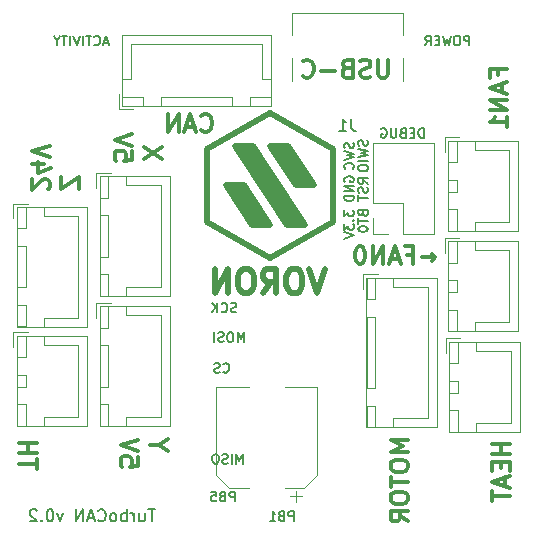
<source format=gbr>
%TF.GenerationSoftware,KiCad,Pcbnew,(5.1.9-0-10_14)*%
%TF.CreationDate,2021-06-30T10:16:08+02:00*%
%TF.ProjectId,turbocan,74757262-6f63-4616-9e2e-6b696361645f,rev?*%
%TF.SameCoordinates,Original*%
%TF.FileFunction,Legend,Bot*%
%TF.FilePolarity,Positive*%
%FSLAX46Y46*%
G04 Gerber Fmt 4.6, Leading zero omitted, Abs format (unit mm)*
G04 Created by KiCad (PCBNEW (5.1.9-0-10_14)) date 2021-06-30 10:16:08*
%MOMM*%
%LPD*%
G01*
G04 APERTURE LIST*
%ADD10C,0.300000*%
%ADD11C,0.150000*%
%ADD12C,0.500000*%
%ADD13C,0.120000*%
%ADD14C,0.100000*%
G04 APERTURE END LIST*
D10*
X24821428Y-50233571D02*
X24821428Y-50947857D01*
X24107142Y-51019285D01*
X24178571Y-50947857D01*
X24250000Y-50805000D01*
X24250000Y-50447857D01*
X24178571Y-50305000D01*
X24107142Y-50233571D01*
X23964285Y-50162142D01*
X23607142Y-50162142D01*
X23464285Y-50233571D01*
X23392857Y-50305000D01*
X23321428Y-50447857D01*
X23321428Y-50805000D01*
X23392857Y-50947857D01*
X23464285Y-51019285D01*
X24821428Y-49733571D02*
X23321428Y-49233571D01*
X24821428Y-48733571D01*
X24321428Y-24337857D02*
X24321428Y-25052142D01*
X23607142Y-25123571D01*
X23678571Y-25052142D01*
X23750000Y-24909285D01*
X23750000Y-24552142D01*
X23678571Y-24409285D01*
X23607142Y-24337857D01*
X23464285Y-24266428D01*
X23107142Y-24266428D01*
X22964285Y-24337857D01*
X22892857Y-24409285D01*
X22821428Y-24552142D01*
X22821428Y-24909285D01*
X22892857Y-25052142D01*
X22964285Y-25123571D01*
X24321428Y-23837857D02*
X22821428Y-23337857D01*
X24321428Y-22837857D01*
X17178571Y-27552142D02*
X17250000Y-27480714D01*
X17321428Y-27337857D01*
X17321428Y-26980714D01*
X17250000Y-26837857D01*
X17178571Y-26766428D01*
X17035714Y-26695000D01*
X16892857Y-26695000D01*
X16678571Y-26766428D01*
X15821428Y-27623571D01*
X15821428Y-26695000D01*
X16821428Y-25409285D02*
X15821428Y-25409285D01*
X17392857Y-25766428D02*
X16321428Y-26123571D01*
X16321428Y-25195000D01*
X17321428Y-24837857D02*
X15821428Y-24337857D01*
X17321428Y-23837857D01*
D11*
X37990476Y-55611904D02*
X37990476Y-54811904D01*
X37685714Y-54811904D01*
X37609523Y-54850000D01*
X37571428Y-54888095D01*
X37533333Y-54964285D01*
X37533333Y-55078571D01*
X37571428Y-55154761D01*
X37609523Y-55192857D01*
X37685714Y-55230952D01*
X37990476Y-55230952D01*
X36923809Y-55192857D02*
X36809523Y-55230952D01*
X36771428Y-55269047D01*
X36733333Y-55345238D01*
X36733333Y-55459523D01*
X36771428Y-55535714D01*
X36809523Y-55573809D01*
X36885714Y-55611904D01*
X37190476Y-55611904D01*
X37190476Y-54811904D01*
X36923809Y-54811904D01*
X36847619Y-54850000D01*
X36809523Y-54888095D01*
X36771428Y-54964285D01*
X36771428Y-55040476D01*
X36809523Y-55116666D01*
X36847619Y-55154761D01*
X36923809Y-55192857D01*
X37190476Y-55192857D01*
X35971428Y-55611904D02*
X36428571Y-55611904D01*
X36200000Y-55611904D02*
X36200000Y-54811904D01*
X36276190Y-54926190D01*
X36352380Y-55002380D01*
X36428571Y-55040476D01*
X32990476Y-53961904D02*
X32990476Y-53161904D01*
X32685714Y-53161904D01*
X32609523Y-53200000D01*
X32571428Y-53238095D01*
X32533333Y-53314285D01*
X32533333Y-53428571D01*
X32571428Y-53504761D01*
X32609523Y-53542857D01*
X32685714Y-53580952D01*
X32990476Y-53580952D01*
X31923809Y-53542857D02*
X31809523Y-53580952D01*
X31771428Y-53619047D01*
X31733333Y-53695238D01*
X31733333Y-53809523D01*
X31771428Y-53885714D01*
X31809523Y-53923809D01*
X31885714Y-53961904D01*
X32190476Y-53961904D01*
X32190476Y-53161904D01*
X31923809Y-53161904D01*
X31847619Y-53200000D01*
X31809523Y-53238095D01*
X31771428Y-53314285D01*
X31771428Y-53390476D01*
X31809523Y-53466666D01*
X31847619Y-53504761D01*
X31923809Y-53542857D01*
X32190476Y-53542857D01*
X31009523Y-53161904D02*
X31390476Y-53161904D01*
X31428571Y-53542857D01*
X31390476Y-53504761D01*
X31314285Y-53466666D01*
X31123809Y-53466666D01*
X31047619Y-53504761D01*
X31009523Y-53542857D01*
X30971428Y-53619047D01*
X30971428Y-53809523D01*
X31009523Y-53885714D01*
X31047619Y-53923809D01*
X31123809Y-53961904D01*
X31314285Y-53961904D01*
X31390476Y-53923809D01*
X31428571Y-53885714D01*
X33657142Y-50761904D02*
X33657142Y-49961904D01*
X33390476Y-50533333D01*
X33123809Y-49961904D01*
X33123809Y-50761904D01*
X32742857Y-50761904D02*
X32742857Y-49961904D01*
X32400000Y-50723809D02*
X32285714Y-50761904D01*
X32095238Y-50761904D01*
X32019047Y-50723809D01*
X31980952Y-50685714D01*
X31942857Y-50609523D01*
X31942857Y-50533333D01*
X31980952Y-50457142D01*
X32019047Y-50419047D01*
X32095238Y-50380952D01*
X32247619Y-50342857D01*
X32323809Y-50304761D01*
X32361904Y-50266666D01*
X32400000Y-50190476D01*
X32400000Y-50114285D01*
X32361904Y-50038095D01*
X32323809Y-50000000D01*
X32247619Y-49961904D01*
X32057142Y-49961904D01*
X31942857Y-50000000D01*
X31447619Y-49961904D02*
X31295238Y-49961904D01*
X31219047Y-50000000D01*
X31142857Y-50076190D01*
X31104761Y-50228571D01*
X31104761Y-50495238D01*
X31142857Y-50647619D01*
X31219047Y-50723809D01*
X31295238Y-50761904D01*
X31447619Y-50761904D01*
X31523809Y-50723809D01*
X31600000Y-50647619D01*
X31638095Y-50495238D01*
X31638095Y-50228571D01*
X31600000Y-50076190D01*
X31523809Y-50000000D01*
X31447619Y-49961904D01*
X32033333Y-42985714D02*
X32071428Y-43023809D01*
X32185714Y-43061904D01*
X32261904Y-43061904D01*
X32376190Y-43023809D01*
X32452380Y-42947619D01*
X32490476Y-42871428D01*
X32528571Y-42719047D01*
X32528571Y-42604761D01*
X32490476Y-42452380D01*
X32452380Y-42376190D01*
X32376190Y-42300000D01*
X32261904Y-42261904D01*
X32185714Y-42261904D01*
X32071428Y-42300000D01*
X32033333Y-42338095D01*
X31728571Y-43023809D02*
X31614285Y-43061904D01*
X31423809Y-43061904D01*
X31347619Y-43023809D01*
X31309523Y-42985714D01*
X31271428Y-42909523D01*
X31271428Y-42833333D01*
X31309523Y-42757142D01*
X31347619Y-42719047D01*
X31423809Y-42680952D01*
X31576190Y-42642857D01*
X31652380Y-42604761D01*
X31690476Y-42566666D01*
X31728571Y-42490476D01*
X31728571Y-42414285D01*
X31690476Y-42338095D01*
X31652380Y-42300000D01*
X31576190Y-42261904D01*
X31385714Y-42261904D01*
X31271428Y-42300000D01*
X33757142Y-40461904D02*
X33757142Y-39661904D01*
X33490476Y-40233333D01*
X33223809Y-39661904D01*
X33223809Y-40461904D01*
X32690476Y-39661904D02*
X32538095Y-39661904D01*
X32461904Y-39700000D01*
X32385714Y-39776190D01*
X32347619Y-39928571D01*
X32347619Y-40195238D01*
X32385714Y-40347619D01*
X32461904Y-40423809D01*
X32538095Y-40461904D01*
X32690476Y-40461904D01*
X32766666Y-40423809D01*
X32842857Y-40347619D01*
X32880952Y-40195238D01*
X32880952Y-39928571D01*
X32842857Y-39776190D01*
X32766666Y-39700000D01*
X32690476Y-39661904D01*
X32042857Y-40423809D02*
X31928571Y-40461904D01*
X31738095Y-40461904D01*
X31661904Y-40423809D01*
X31623809Y-40385714D01*
X31585714Y-40309523D01*
X31585714Y-40233333D01*
X31623809Y-40157142D01*
X31661904Y-40119047D01*
X31738095Y-40080952D01*
X31890476Y-40042857D01*
X31966666Y-40004761D01*
X32004761Y-39966666D01*
X32042857Y-39890476D01*
X32042857Y-39814285D01*
X32004761Y-39738095D01*
X31966666Y-39700000D01*
X31890476Y-39661904D01*
X31700000Y-39661904D01*
X31585714Y-39700000D01*
X31242857Y-40461904D02*
X31242857Y-39661904D01*
X33128571Y-37923809D02*
X33014285Y-37961904D01*
X32823809Y-37961904D01*
X32747619Y-37923809D01*
X32709523Y-37885714D01*
X32671428Y-37809523D01*
X32671428Y-37733333D01*
X32709523Y-37657142D01*
X32747619Y-37619047D01*
X32823809Y-37580952D01*
X32976190Y-37542857D01*
X33052380Y-37504761D01*
X33090476Y-37466666D01*
X33128571Y-37390476D01*
X33128571Y-37314285D01*
X33090476Y-37238095D01*
X33052380Y-37200000D01*
X32976190Y-37161904D01*
X32785714Y-37161904D01*
X32671428Y-37200000D01*
X31871428Y-37885714D02*
X31909523Y-37923809D01*
X32023809Y-37961904D01*
X32100000Y-37961904D01*
X32214285Y-37923809D01*
X32290476Y-37847619D01*
X32328571Y-37771428D01*
X32366666Y-37619047D01*
X32366666Y-37504761D01*
X32328571Y-37352380D01*
X32290476Y-37276190D01*
X32214285Y-37200000D01*
X32100000Y-37161904D01*
X32023809Y-37161904D01*
X31909523Y-37200000D01*
X31871428Y-37238095D01*
X31528571Y-37961904D02*
X31528571Y-37161904D01*
X31071428Y-37961904D02*
X31414285Y-37504761D01*
X31071428Y-37161904D02*
X31528571Y-37619047D01*
X48990476Y-23161904D02*
X48990476Y-22361904D01*
X48800000Y-22361904D01*
X48685714Y-22400000D01*
X48609523Y-22476190D01*
X48571428Y-22552380D01*
X48533333Y-22704761D01*
X48533333Y-22819047D01*
X48571428Y-22971428D01*
X48609523Y-23047619D01*
X48685714Y-23123809D01*
X48800000Y-23161904D01*
X48990476Y-23161904D01*
X48190476Y-22742857D02*
X47923809Y-22742857D01*
X47809523Y-23161904D02*
X48190476Y-23161904D01*
X48190476Y-22361904D01*
X47809523Y-22361904D01*
X47200000Y-22742857D02*
X47085714Y-22780952D01*
X47047619Y-22819047D01*
X47009523Y-22895238D01*
X47009523Y-23009523D01*
X47047619Y-23085714D01*
X47085714Y-23123809D01*
X47161904Y-23161904D01*
X47466666Y-23161904D01*
X47466666Y-22361904D01*
X47200000Y-22361904D01*
X47123809Y-22400000D01*
X47085714Y-22438095D01*
X47047619Y-22514285D01*
X47047619Y-22590476D01*
X47085714Y-22666666D01*
X47123809Y-22704761D01*
X47200000Y-22742857D01*
X47466666Y-22742857D01*
X46666666Y-22361904D02*
X46666666Y-23009523D01*
X46628571Y-23085714D01*
X46590476Y-23123809D01*
X46514285Y-23161904D01*
X46361904Y-23161904D01*
X46285714Y-23123809D01*
X46247619Y-23085714D01*
X46209523Y-23009523D01*
X46209523Y-22361904D01*
X45409523Y-22400000D02*
X45485714Y-22361904D01*
X45600000Y-22361904D01*
X45714285Y-22400000D01*
X45790476Y-22476190D01*
X45828571Y-22552380D01*
X45866666Y-22704761D01*
X45866666Y-22819047D01*
X45828571Y-22971428D01*
X45790476Y-23047619D01*
X45714285Y-23123809D01*
X45600000Y-23161904D01*
X45523809Y-23161904D01*
X45409523Y-23123809D01*
X45371428Y-23085714D01*
X45371428Y-22819047D01*
X45523809Y-22819047D01*
X42261904Y-29319047D02*
X42261904Y-29814285D01*
X42566666Y-29547619D01*
X42566666Y-29661904D01*
X42604761Y-29738095D01*
X42642857Y-29776190D01*
X42719047Y-29814285D01*
X42909523Y-29814285D01*
X42985714Y-29776190D01*
X43023809Y-29738095D01*
X43061904Y-29661904D01*
X43061904Y-29433333D01*
X43023809Y-29357142D01*
X42985714Y-29319047D01*
X42985714Y-30157142D02*
X43023809Y-30195238D01*
X43061904Y-30157142D01*
X43023809Y-30119047D01*
X42985714Y-30157142D01*
X43061904Y-30157142D01*
X42261904Y-30461904D02*
X42261904Y-30957142D01*
X42566666Y-30690476D01*
X42566666Y-30804761D01*
X42604761Y-30880952D01*
X42642857Y-30919047D01*
X42719047Y-30957142D01*
X42909523Y-30957142D01*
X42985714Y-30919047D01*
X43023809Y-30880952D01*
X43061904Y-30804761D01*
X43061904Y-30576190D01*
X43023809Y-30500000D01*
X42985714Y-30461904D01*
X42261904Y-31185714D02*
X43061904Y-31452380D01*
X42261904Y-31719047D01*
X43842857Y-29571428D02*
X43880952Y-29685714D01*
X43919047Y-29723809D01*
X43995238Y-29761904D01*
X44109523Y-29761904D01*
X44185714Y-29723809D01*
X44223809Y-29685714D01*
X44261904Y-29609523D01*
X44261904Y-29304761D01*
X43461904Y-29304761D01*
X43461904Y-29571428D01*
X43500000Y-29647619D01*
X43538095Y-29685714D01*
X43614285Y-29723809D01*
X43690476Y-29723809D01*
X43766666Y-29685714D01*
X43804761Y-29647619D01*
X43842857Y-29571428D01*
X43842857Y-29304761D01*
X43461904Y-29990476D02*
X43461904Y-30447619D01*
X44261904Y-30219047D02*
X43461904Y-30219047D01*
X43461904Y-30866666D02*
X43461904Y-30942857D01*
X43500000Y-31019047D01*
X43538095Y-31057142D01*
X43614285Y-31095238D01*
X43766666Y-31133333D01*
X43957142Y-31133333D01*
X44109523Y-31095238D01*
X44185714Y-31057142D01*
X44223809Y-31019047D01*
X44261904Y-30942857D01*
X44261904Y-30866666D01*
X44223809Y-30790476D01*
X44185714Y-30752380D01*
X44109523Y-30714285D01*
X43957142Y-30676190D01*
X43766666Y-30676190D01*
X43614285Y-30714285D01*
X43538095Y-30752380D01*
X43500000Y-30790476D01*
X43461904Y-30866666D01*
X42300000Y-26890476D02*
X42261904Y-26814285D01*
X42261904Y-26700000D01*
X42300000Y-26585714D01*
X42376190Y-26509523D01*
X42452380Y-26471428D01*
X42604761Y-26433333D01*
X42719047Y-26433333D01*
X42871428Y-26471428D01*
X42947619Y-26509523D01*
X43023809Y-26585714D01*
X43061904Y-26700000D01*
X43061904Y-26776190D01*
X43023809Y-26890476D01*
X42985714Y-26928571D01*
X42719047Y-26928571D01*
X42719047Y-26776190D01*
X43061904Y-27271428D02*
X42261904Y-27271428D01*
X43061904Y-27728571D01*
X42261904Y-27728571D01*
X43061904Y-28109523D02*
X42261904Y-28109523D01*
X42261904Y-28300000D01*
X42300000Y-28414285D01*
X42376190Y-28490476D01*
X42452380Y-28528571D01*
X42604761Y-28566666D01*
X42719047Y-28566666D01*
X42871428Y-28528571D01*
X42947619Y-28490476D01*
X43023809Y-28414285D01*
X43061904Y-28300000D01*
X43061904Y-28109523D01*
X44261904Y-27061904D02*
X43880952Y-26795238D01*
X44261904Y-26604761D02*
X43461904Y-26604761D01*
X43461904Y-26909523D01*
X43500000Y-26985714D01*
X43538095Y-27023809D01*
X43614285Y-27061904D01*
X43728571Y-27061904D01*
X43804761Y-27023809D01*
X43842857Y-26985714D01*
X43880952Y-26909523D01*
X43880952Y-26604761D01*
X44223809Y-27366666D02*
X44261904Y-27480952D01*
X44261904Y-27671428D01*
X44223809Y-27747619D01*
X44185714Y-27785714D01*
X44109523Y-27823809D01*
X44033333Y-27823809D01*
X43957142Y-27785714D01*
X43919047Y-27747619D01*
X43880952Y-27671428D01*
X43842857Y-27519047D01*
X43804761Y-27442857D01*
X43766666Y-27404761D01*
X43690476Y-27366666D01*
X43614285Y-27366666D01*
X43538095Y-27404761D01*
X43500000Y-27442857D01*
X43461904Y-27519047D01*
X43461904Y-27709523D01*
X43500000Y-27823809D01*
X43461904Y-28052380D02*
X43461904Y-28509523D01*
X44261904Y-28280952D02*
X43461904Y-28280952D01*
X43023809Y-23614285D02*
X43061904Y-23728571D01*
X43061904Y-23919047D01*
X43023809Y-23995238D01*
X42985714Y-24033333D01*
X42909523Y-24071428D01*
X42833333Y-24071428D01*
X42757142Y-24033333D01*
X42719047Y-23995238D01*
X42680952Y-23919047D01*
X42642857Y-23766666D01*
X42604761Y-23690476D01*
X42566666Y-23652380D01*
X42490476Y-23614285D01*
X42414285Y-23614285D01*
X42338095Y-23652380D01*
X42300000Y-23690476D01*
X42261904Y-23766666D01*
X42261904Y-23957142D01*
X42300000Y-24071428D01*
X42261904Y-24338095D02*
X43061904Y-24528571D01*
X42490476Y-24680952D01*
X43061904Y-24833333D01*
X42261904Y-25023809D01*
X42985714Y-25785714D02*
X43023809Y-25747619D01*
X43061904Y-25633333D01*
X43061904Y-25557142D01*
X43023809Y-25442857D01*
X42947619Y-25366666D01*
X42871428Y-25328571D01*
X42719047Y-25290476D01*
X42604761Y-25290476D01*
X42452380Y-25328571D01*
X42376190Y-25366666D01*
X42300000Y-25442857D01*
X42261904Y-25557142D01*
X42261904Y-25633333D01*
X42300000Y-25747619D01*
X42338095Y-25785714D01*
X26257142Y-54652380D02*
X25685714Y-54652380D01*
X25971428Y-55652380D02*
X25971428Y-54652380D01*
X24923809Y-54985714D02*
X24923809Y-55652380D01*
X25352380Y-54985714D02*
X25352380Y-55509523D01*
X25304761Y-55604761D01*
X25209523Y-55652380D01*
X25066666Y-55652380D01*
X24971428Y-55604761D01*
X24923809Y-55557142D01*
X24447619Y-55652380D02*
X24447619Y-54985714D01*
X24447619Y-55176190D02*
X24400000Y-55080952D01*
X24352380Y-55033333D01*
X24257142Y-54985714D01*
X24161904Y-54985714D01*
X23828571Y-55652380D02*
X23828571Y-54652380D01*
X23828571Y-55033333D02*
X23733333Y-54985714D01*
X23542857Y-54985714D01*
X23447619Y-55033333D01*
X23400000Y-55080952D01*
X23352380Y-55176190D01*
X23352380Y-55461904D01*
X23400000Y-55557142D01*
X23447619Y-55604761D01*
X23542857Y-55652380D01*
X23733333Y-55652380D01*
X23828571Y-55604761D01*
X22780952Y-55652380D02*
X22876190Y-55604761D01*
X22923809Y-55557142D01*
X22971428Y-55461904D01*
X22971428Y-55176190D01*
X22923809Y-55080952D01*
X22876190Y-55033333D01*
X22780952Y-54985714D01*
X22638095Y-54985714D01*
X22542857Y-55033333D01*
X22495238Y-55080952D01*
X22447619Y-55176190D01*
X22447619Y-55461904D01*
X22495238Y-55557142D01*
X22542857Y-55604761D01*
X22638095Y-55652380D01*
X22780952Y-55652380D01*
X21447619Y-55557142D02*
X21495238Y-55604761D01*
X21638095Y-55652380D01*
X21733333Y-55652380D01*
X21876190Y-55604761D01*
X21971428Y-55509523D01*
X22019047Y-55414285D01*
X22066666Y-55223809D01*
X22066666Y-55080952D01*
X22019047Y-54890476D01*
X21971428Y-54795238D01*
X21876190Y-54700000D01*
X21733333Y-54652380D01*
X21638095Y-54652380D01*
X21495238Y-54700000D01*
X21447619Y-54747619D01*
X21066666Y-55366666D02*
X20590476Y-55366666D01*
X21161904Y-55652380D02*
X20828571Y-54652380D01*
X20495238Y-55652380D01*
X20161904Y-55652380D02*
X20161904Y-54652380D01*
X19590476Y-55652380D01*
X19590476Y-54652380D01*
X18447619Y-54985714D02*
X18209523Y-55652380D01*
X17971428Y-54985714D01*
X17400000Y-54652380D02*
X17304761Y-54652380D01*
X17209523Y-54700000D01*
X17161904Y-54747619D01*
X17114285Y-54842857D01*
X17066666Y-55033333D01*
X17066666Y-55271428D01*
X17114285Y-55461904D01*
X17161904Y-55557142D01*
X17209523Y-55604761D01*
X17304761Y-55652380D01*
X17400000Y-55652380D01*
X17495238Y-55604761D01*
X17542857Y-55557142D01*
X17590476Y-55461904D01*
X17638095Y-55271428D01*
X17638095Y-55033333D01*
X17590476Y-54842857D01*
X17542857Y-54747619D01*
X17495238Y-54700000D01*
X17400000Y-54652380D01*
X16638095Y-55557142D02*
X16590476Y-55604761D01*
X16638095Y-55652380D01*
X16685714Y-55604761D01*
X16638095Y-55557142D01*
X16638095Y-55652380D01*
X16209523Y-54747619D02*
X16161904Y-54700000D01*
X16066666Y-54652380D01*
X15828571Y-54652380D01*
X15733333Y-54700000D01*
X15685714Y-54747619D01*
X15638095Y-54842857D01*
X15638095Y-54938095D01*
X15685714Y-55080952D01*
X16257142Y-55652380D01*
X15638095Y-55652380D01*
X22266666Y-15133333D02*
X21885714Y-15133333D01*
X22342857Y-15361904D02*
X22076190Y-14561904D01*
X21809523Y-15361904D01*
X21085714Y-15285714D02*
X21123809Y-15323809D01*
X21238095Y-15361904D01*
X21314285Y-15361904D01*
X21428571Y-15323809D01*
X21504761Y-15247619D01*
X21542857Y-15171428D01*
X21580952Y-15019047D01*
X21580952Y-14904761D01*
X21542857Y-14752380D01*
X21504761Y-14676190D01*
X21428571Y-14600000D01*
X21314285Y-14561904D01*
X21238095Y-14561904D01*
X21123809Y-14600000D01*
X21085714Y-14638095D01*
X20857142Y-14561904D02*
X20400000Y-14561904D01*
X20628571Y-15361904D02*
X20628571Y-14561904D01*
X20133333Y-15361904D02*
X20133333Y-14561904D01*
X19866666Y-14561904D02*
X19600000Y-15361904D01*
X19333333Y-14561904D01*
X19066666Y-15361904D02*
X19066666Y-14561904D01*
X18800000Y-14561904D02*
X18342857Y-14561904D01*
X18571428Y-15361904D02*
X18571428Y-14561904D01*
X17923809Y-14980952D02*
X17923809Y-15361904D01*
X18190476Y-14561904D02*
X17923809Y-14980952D01*
X17657142Y-14561904D01*
X52847619Y-15361904D02*
X52847619Y-14561904D01*
X52542857Y-14561904D01*
X52466666Y-14600000D01*
X52428571Y-14638095D01*
X52390476Y-14714285D01*
X52390476Y-14828571D01*
X52428571Y-14904761D01*
X52466666Y-14942857D01*
X52542857Y-14980952D01*
X52847619Y-14980952D01*
X51895238Y-14561904D02*
X51742857Y-14561904D01*
X51666666Y-14600000D01*
X51590476Y-14676190D01*
X51552380Y-14828571D01*
X51552380Y-15095238D01*
X51590476Y-15247619D01*
X51666666Y-15323809D01*
X51742857Y-15361904D01*
X51895238Y-15361904D01*
X51971428Y-15323809D01*
X52047619Y-15247619D01*
X52085714Y-15095238D01*
X52085714Y-14828571D01*
X52047619Y-14676190D01*
X51971428Y-14600000D01*
X51895238Y-14561904D01*
X51285714Y-14561904D02*
X51095238Y-15361904D01*
X50942857Y-14790476D01*
X50790476Y-15361904D01*
X50600000Y-14561904D01*
X50295238Y-14942857D02*
X50028571Y-14942857D01*
X49914285Y-15361904D02*
X50295238Y-15361904D01*
X50295238Y-14561904D01*
X49914285Y-14561904D01*
X49114285Y-15361904D02*
X49380952Y-14980952D01*
X49571428Y-15361904D02*
X49571428Y-14561904D01*
X49266666Y-14561904D01*
X49190476Y-14600000D01*
X49152380Y-14638095D01*
X49114285Y-14714285D01*
X49114285Y-14828571D01*
X49152380Y-14904761D01*
X49190476Y-14942857D01*
X49266666Y-14980952D01*
X49571428Y-14980952D01*
D10*
X45971428Y-16578571D02*
X45971428Y-17792857D01*
X45900000Y-17935714D01*
X45828571Y-18007142D01*
X45685714Y-18078571D01*
X45400000Y-18078571D01*
X45257142Y-18007142D01*
X45185714Y-17935714D01*
X45114285Y-17792857D01*
X45114285Y-16578571D01*
X44471428Y-18007142D02*
X44257142Y-18078571D01*
X43900000Y-18078571D01*
X43757142Y-18007142D01*
X43685714Y-17935714D01*
X43614285Y-17792857D01*
X43614285Y-17650000D01*
X43685714Y-17507142D01*
X43757142Y-17435714D01*
X43900000Y-17364285D01*
X44185714Y-17292857D01*
X44328571Y-17221428D01*
X44400000Y-17150000D01*
X44471428Y-17007142D01*
X44471428Y-16864285D01*
X44400000Y-16721428D01*
X44328571Y-16650000D01*
X44185714Y-16578571D01*
X43828571Y-16578571D01*
X43614285Y-16650000D01*
X42471428Y-17292857D02*
X42257142Y-17364285D01*
X42185714Y-17435714D01*
X42114285Y-17578571D01*
X42114285Y-17792857D01*
X42185714Y-17935714D01*
X42257142Y-18007142D01*
X42400000Y-18078571D01*
X42971428Y-18078571D01*
X42971428Y-16578571D01*
X42471428Y-16578571D01*
X42328571Y-16650000D01*
X42257142Y-16721428D01*
X42185714Y-16864285D01*
X42185714Y-17007142D01*
X42257142Y-17150000D01*
X42328571Y-17221428D01*
X42471428Y-17292857D01*
X42971428Y-17292857D01*
X41471428Y-17507142D02*
X40328571Y-17507142D01*
X38757142Y-17935714D02*
X38828571Y-18007142D01*
X39042857Y-18078571D01*
X39185714Y-18078571D01*
X39400000Y-18007142D01*
X39542857Y-17864285D01*
X39614285Y-17721428D01*
X39685714Y-17435714D01*
X39685714Y-17221428D01*
X39614285Y-16935714D01*
X39542857Y-16792857D01*
X39400000Y-16650000D01*
X39185714Y-16578571D01*
X39042857Y-16578571D01*
X38828571Y-16650000D01*
X38757142Y-16721428D01*
X30164285Y-22535714D02*
X30235714Y-22607142D01*
X30450000Y-22678571D01*
X30592857Y-22678571D01*
X30807142Y-22607142D01*
X30950000Y-22464285D01*
X31021428Y-22321428D01*
X31092857Y-22035714D01*
X31092857Y-21821428D01*
X31021428Y-21535714D01*
X30950000Y-21392857D01*
X30807142Y-21250000D01*
X30592857Y-21178571D01*
X30450000Y-21178571D01*
X30235714Y-21250000D01*
X30164285Y-21321428D01*
X29592857Y-22250000D02*
X28878571Y-22250000D01*
X29735714Y-22678571D02*
X29235714Y-21178571D01*
X28735714Y-22678571D01*
X28235714Y-22678571D02*
X28235714Y-21178571D01*
X27378571Y-22678571D01*
X27378571Y-21178571D01*
D11*
X44223809Y-23404761D02*
X44261904Y-23519047D01*
X44261904Y-23709523D01*
X44223809Y-23785714D01*
X44185714Y-23823809D01*
X44109523Y-23861904D01*
X44033333Y-23861904D01*
X43957142Y-23823809D01*
X43919047Y-23785714D01*
X43880952Y-23709523D01*
X43842857Y-23557142D01*
X43804761Y-23480952D01*
X43766666Y-23442857D01*
X43690476Y-23404761D01*
X43614285Y-23404761D01*
X43538095Y-23442857D01*
X43500000Y-23480952D01*
X43461904Y-23557142D01*
X43461904Y-23747619D01*
X43500000Y-23861904D01*
X43461904Y-24128571D02*
X44261904Y-24319047D01*
X43690476Y-24471428D01*
X44261904Y-24623809D01*
X43461904Y-24814285D01*
X44261904Y-25119047D02*
X43461904Y-25119047D01*
X43461904Y-25652380D02*
X43461904Y-25804761D01*
X43500000Y-25880952D01*
X43576190Y-25957142D01*
X43728571Y-25995238D01*
X43995238Y-25995238D01*
X44147619Y-25957142D01*
X44223809Y-25880952D01*
X44261904Y-25804761D01*
X44261904Y-25652380D01*
X44223809Y-25576190D01*
X44147619Y-25500000D01*
X43995238Y-25461904D01*
X43728571Y-25461904D01*
X43576190Y-25500000D01*
X43500000Y-25576190D01*
X43461904Y-25652380D01*
D10*
X55292857Y-17871428D02*
X55292857Y-17371428D01*
X56078571Y-17371428D02*
X54578571Y-17371428D01*
X54578571Y-18085714D01*
X55650000Y-18585714D02*
X55650000Y-19300000D01*
X56078571Y-18442857D02*
X54578571Y-18942857D01*
X56078571Y-19442857D01*
X56078571Y-19942857D02*
X54578571Y-19942857D01*
X56078571Y-20800000D01*
X54578571Y-20800000D01*
X56078571Y-22300000D02*
X56078571Y-21442857D01*
X56078571Y-21871428D02*
X54578571Y-21871428D01*
X54792857Y-21728571D01*
X54935714Y-21585714D01*
X55007142Y-21442857D01*
X48814285Y-33307142D02*
X49957142Y-33307142D01*
X49671428Y-33592857D02*
X49957142Y-33307142D01*
X49671428Y-33021428D01*
X47600000Y-33092857D02*
X48100000Y-33092857D01*
X48100000Y-33878571D02*
X48100000Y-32378571D01*
X47385714Y-32378571D01*
X46885714Y-33450000D02*
X46171428Y-33450000D01*
X47028571Y-33878571D02*
X46528571Y-32378571D01*
X46028571Y-33878571D01*
X45528571Y-33878571D02*
X45528571Y-32378571D01*
X44671428Y-33878571D01*
X44671428Y-32378571D01*
X43671428Y-32378571D02*
X43528571Y-32378571D01*
X43385714Y-32450000D01*
X43314285Y-32521428D01*
X43242857Y-32664285D01*
X43171428Y-32950000D01*
X43171428Y-33307142D01*
X43242857Y-33592857D01*
X43314285Y-33735714D01*
X43385714Y-33807142D01*
X43528571Y-33878571D01*
X43671428Y-33878571D01*
X43814285Y-33807142D01*
X43885714Y-33735714D01*
X43957142Y-33592857D01*
X44028571Y-33307142D01*
X44028571Y-32950000D01*
X43957142Y-32664285D01*
X43885714Y-32521428D01*
X43814285Y-32450000D01*
X43671428Y-32378571D01*
X56278571Y-49078571D02*
X54778571Y-49078571D01*
X55492857Y-49078571D02*
X55492857Y-49935714D01*
X56278571Y-49935714D02*
X54778571Y-49935714D01*
X55492857Y-50650000D02*
X55492857Y-51150000D01*
X56278571Y-51364285D02*
X56278571Y-50650000D01*
X54778571Y-50650000D01*
X54778571Y-51364285D01*
X55850000Y-51935714D02*
X55850000Y-52650000D01*
X56278571Y-51792857D02*
X54778571Y-52292857D01*
X56278571Y-52792857D01*
X54778571Y-53078571D02*
X54778571Y-53935714D01*
X56278571Y-53507142D02*
X54778571Y-53507142D01*
X47678571Y-48807142D02*
X46178571Y-48807142D01*
X47250000Y-49307142D01*
X46178571Y-49807142D01*
X47678571Y-49807142D01*
X46178571Y-50807142D02*
X46178571Y-51092857D01*
X46250000Y-51235714D01*
X46392857Y-51378571D01*
X46678571Y-51450000D01*
X47178571Y-51450000D01*
X47464285Y-51378571D01*
X47607142Y-51235714D01*
X47678571Y-51092857D01*
X47678571Y-50807142D01*
X47607142Y-50664285D01*
X47464285Y-50521428D01*
X47178571Y-50450000D01*
X46678571Y-50450000D01*
X46392857Y-50521428D01*
X46250000Y-50664285D01*
X46178571Y-50807142D01*
X46178571Y-51878571D02*
X46178571Y-52735714D01*
X47678571Y-52307142D02*
X46178571Y-52307142D01*
X46178571Y-53521428D02*
X46178571Y-53807142D01*
X46250000Y-53950000D01*
X46392857Y-54092857D01*
X46678571Y-54164285D01*
X47178571Y-54164285D01*
X47464285Y-54092857D01*
X47607142Y-53950000D01*
X47678571Y-53807142D01*
X47678571Y-53521428D01*
X47607142Y-53378571D01*
X47464285Y-53235714D01*
X47178571Y-53164285D01*
X46678571Y-53164285D01*
X46392857Y-53235714D01*
X46250000Y-53378571D01*
X46178571Y-53521428D01*
X47678571Y-55664285D02*
X46964285Y-55164285D01*
X47678571Y-54807142D02*
X46178571Y-54807142D01*
X46178571Y-55378571D01*
X46250000Y-55521428D01*
X46321428Y-55592857D01*
X46464285Y-55664285D01*
X46678571Y-55664285D01*
X46821428Y-55592857D01*
X46892857Y-55521428D01*
X46964285Y-55378571D01*
X46964285Y-54807142D01*
X26821428Y-25000000D02*
X25321428Y-24000000D01*
X26821428Y-24000000D02*
X25321428Y-25000000D01*
X26535714Y-49200000D02*
X25821428Y-49200000D01*
X27321428Y-49700000D02*
X26535714Y-49200000D01*
X27321428Y-48700000D01*
X19821428Y-27500000D02*
X19821428Y-26500000D01*
X18321428Y-27500000D01*
X18321428Y-26500000D01*
X16221428Y-51214285D02*
X16221428Y-50357142D01*
X14721428Y-50785714D02*
X16221428Y-50785714D01*
X14721428Y-49857142D02*
X16221428Y-49857142D01*
X15507142Y-49857142D02*
X15507142Y-49000000D01*
X14721428Y-49000000D02*
X16221428Y-49000000D01*
D12*
X40609523Y-34304761D02*
X39942857Y-36304761D01*
X39276190Y-34304761D01*
X38228571Y-34304761D02*
X37847619Y-34304761D01*
X37657142Y-34400000D01*
X37466666Y-34590476D01*
X37371428Y-34971428D01*
X37371428Y-35638095D01*
X37466666Y-36019047D01*
X37657142Y-36209523D01*
X37847619Y-36304761D01*
X38228571Y-36304761D01*
X38419047Y-36209523D01*
X38609523Y-36019047D01*
X38704761Y-35638095D01*
X38704761Y-34971428D01*
X38609523Y-34590476D01*
X38419047Y-34400000D01*
X38228571Y-34304761D01*
X35371428Y-36304761D02*
X36038095Y-35352380D01*
X36514285Y-36304761D02*
X36514285Y-34304761D01*
X35752380Y-34304761D01*
X35561904Y-34400000D01*
X35466666Y-34495238D01*
X35371428Y-34685714D01*
X35371428Y-34971428D01*
X35466666Y-35161904D01*
X35561904Y-35257142D01*
X35752380Y-35352380D01*
X36514285Y-35352380D01*
X34133333Y-34304761D02*
X33752380Y-34304761D01*
X33561904Y-34400000D01*
X33371428Y-34590476D01*
X33276190Y-34971428D01*
X33276190Y-35638095D01*
X33371428Y-36019047D01*
X33561904Y-36209523D01*
X33752380Y-36304761D01*
X34133333Y-36304761D01*
X34323809Y-36209523D01*
X34514285Y-36019047D01*
X34609523Y-35638095D01*
X34609523Y-34971428D01*
X34514285Y-34590476D01*
X34323809Y-34400000D01*
X34133333Y-34304761D01*
X32419047Y-36304761D02*
X32419047Y-34304761D01*
X31276190Y-36304761D01*
X31276190Y-34304761D01*
D13*
%TO.C,J8*%
X21250000Y-37150000D02*
X22500000Y-37150000D01*
X21250000Y-38400000D02*
X21250000Y-37150000D01*
X26750000Y-46800000D02*
X26750000Y-42500000D01*
X23800000Y-46800000D02*
X26750000Y-46800000D01*
X23800000Y-47550000D02*
X23800000Y-46800000D01*
X26750000Y-38200000D02*
X26750000Y-42500000D01*
X23800000Y-38200000D02*
X26750000Y-38200000D01*
X23800000Y-37450000D02*
X23800000Y-38200000D01*
X21550000Y-47550000D02*
X21550000Y-45750000D01*
X22300000Y-47550000D02*
X21550000Y-47550000D01*
X22300000Y-45750000D02*
X22300000Y-47550000D01*
X21550000Y-45750000D02*
X22300000Y-45750000D01*
X21550000Y-39250000D02*
X21550000Y-37450000D01*
X22300000Y-39250000D02*
X21550000Y-39250000D01*
X22300000Y-37450000D02*
X22300000Y-39250000D01*
X21550000Y-37450000D02*
X22300000Y-37450000D01*
X21550000Y-44250000D02*
X21550000Y-40750000D01*
X22300000Y-44250000D02*
X21550000Y-44250000D01*
X22300000Y-40750000D02*
X22300000Y-44250000D01*
X21550000Y-40750000D02*
X22300000Y-40750000D01*
X21540000Y-47560000D02*
X21540000Y-37440000D01*
X27510000Y-47560000D02*
X21540000Y-47560000D01*
X27510000Y-37440000D02*
X27510000Y-47560000D01*
X21540000Y-37440000D02*
X27510000Y-37440000D01*
%TO.C,C21*%
X38710000Y-53550000D02*
X37710000Y-53550000D01*
X38210000Y-54050000D02*
X38210000Y-53050000D01*
X32504437Y-52810000D02*
X31440000Y-51745563D01*
X38895563Y-52810000D02*
X39960000Y-51745563D01*
X38895563Y-52810000D02*
X37210000Y-52810000D01*
X32504437Y-52810000D02*
X34190000Y-52810000D01*
X31440000Y-51745563D02*
X31440000Y-44290000D01*
X39960000Y-51745563D02*
X39960000Y-44290000D01*
X39960000Y-44290000D02*
X37210000Y-44290000D01*
X31440000Y-44290000D02*
X34190000Y-44290000D01*
%TO.C,J13*%
X50850000Y-40150000D02*
X52100000Y-40150000D01*
X50850000Y-41400000D02*
X50850000Y-40150000D01*
X56350000Y-47300000D02*
X56350000Y-44250000D01*
X53400000Y-47300000D02*
X56350000Y-47300000D01*
X53400000Y-48050000D02*
X53400000Y-47300000D01*
X56350000Y-41200000D02*
X56350000Y-44250000D01*
X53400000Y-41200000D02*
X56350000Y-41200000D01*
X53400000Y-40450000D02*
X53400000Y-41200000D01*
X51150000Y-48050000D02*
X51150000Y-46250000D01*
X51900000Y-48050000D02*
X51150000Y-48050000D01*
X51900000Y-46250000D02*
X51900000Y-48050000D01*
X51150000Y-46250000D02*
X51900000Y-46250000D01*
X51150000Y-42250000D02*
X51150000Y-40450000D01*
X51900000Y-42250000D02*
X51150000Y-42250000D01*
X51900000Y-40450000D02*
X51900000Y-42250000D01*
X51150000Y-40450000D02*
X51900000Y-40450000D01*
X51150000Y-44750000D02*
X51150000Y-43750000D01*
X51900000Y-44750000D02*
X51150000Y-44750000D01*
X51900000Y-43750000D02*
X51900000Y-44750000D01*
X51150000Y-43750000D02*
X51900000Y-43750000D01*
X51140000Y-48060000D02*
X51140000Y-40440000D01*
X57110000Y-48060000D02*
X51140000Y-48060000D01*
X57110000Y-40440000D02*
X57110000Y-48060000D01*
X51140000Y-40440000D02*
X57110000Y-40440000D01*
%TO.C,J1*%
X37800000Y-14500000D02*
X37800000Y-12600000D01*
X37800000Y-18400000D02*
X37800000Y-16400000D01*
X47200000Y-14500000D02*
X47200000Y-12600000D01*
X47200000Y-18400000D02*
X47200000Y-16400000D01*
X37800000Y-12600000D02*
X47200000Y-12600000D01*
D14*
%TO.C,REF\u002A\u002A*%
G36*
X37526850Y-23847380D02*
G01*
X35973850Y-23847380D01*
X38163190Y-27193690D01*
X39716190Y-27193690D01*
X37526850Y-23847380D01*
G37*
X37526850Y-23847380D02*
X35973850Y-23847380D01*
X38163190Y-27193690D01*
X39716190Y-27193690D01*
X37526850Y-23847380D01*
G36*
X34574110Y-23847380D02*
G01*
X33021100Y-23847380D01*
X37399730Y-30540000D01*
X38952750Y-30540000D01*
X34574110Y-23847380D01*
G37*
X34574110Y-23847380D02*
X33021100Y-23847380D01*
X37399730Y-30540000D01*
X38952750Y-30540000D01*
X34574110Y-23847380D01*
G36*
X33810650Y-27193690D02*
G01*
X32257650Y-27193690D01*
X34446980Y-30540000D01*
X36000000Y-30540000D01*
X33810650Y-27193690D01*
G37*
X33810650Y-27193690D02*
X32257650Y-27193690D01*
X34446980Y-30540000D01*
X36000000Y-30540000D01*
X33810650Y-27193690D01*
D12*
X35988870Y-21042105D02*
X30661454Y-24117900D01*
X41316190Y-24117900D02*
X35988870Y-21042105D01*
X34574110Y-23847380D02*
X38952750Y-30540000D01*
X35988870Y-33345270D02*
X35988870Y-33345270D01*
X35988870Y-33345270D02*
X41316190Y-30269480D01*
X30661454Y-30269480D02*
X35988870Y-33345270D01*
X30661454Y-24117900D02*
X30661454Y-30269480D01*
X41316190Y-30269480D02*
X41316190Y-24117900D01*
X37399730Y-30540000D02*
X33021100Y-23847380D01*
X38952750Y-30540000D02*
X37399730Y-30540000D01*
X33810650Y-27193690D02*
X36000000Y-30540000D01*
X37526850Y-23847380D02*
X37526850Y-23847380D01*
X35973850Y-23847380D02*
X37526850Y-23847380D01*
X38163190Y-27193690D02*
X35973850Y-23847380D01*
X39716190Y-27193690D02*
X38163190Y-27193690D01*
X37526850Y-23847380D02*
X39716190Y-27193690D01*
X34574110Y-23847380D02*
X34574110Y-23847380D01*
X33021100Y-23847380D02*
X34574110Y-23847380D01*
X33810650Y-27193690D02*
X33810650Y-27193690D01*
X32257650Y-27193690D02*
X33810650Y-27193690D01*
X34446980Y-30540000D02*
X32257650Y-27193690D01*
X36000000Y-30540000D02*
X34446980Y-30540000D01*
D13*
%TO.C,J14*%
X14250000Y-28750000D02*
X15500000Y-28750000D01*
X14250000Y-30000000D02*
X14250000Y-28750000D01*
X19750000Y-38400000D02*
X19750000Y-34100000D01*
X16800000Y-38400000D02*
X19750000Y-38400000D01*
X16800000Y-39150000D02*
X16800000Y-38400000D01*
X19750000Y-29800000D02*
X19750000Y-34100000D01*
X16800000Y-29800000D02*
X19750000Y-29800000D01*
X16800000Y-29050000D02*
X16800000Y-29800000D01*
X14550000Y-39150000D02*
X14550000Y-37350000D01*
X15300000Y-39150000D02*
X14550000Y-39150000D01*
X15300000Y-37350000D02*
X15300000Y-39150000D01*
X14550000Y-37350000D02*
X15300000Y-37350000D01*
X14550000Y-30850000D02*
X14550000Y-29050000D01*
X15300000Y-30850000D02*
X14550000Y-30850000D01*
X15300000Y-29050000D02*
X15300000Y-30850000D01*
X14550000Y-29050000D02*
X15300000Y-29050000D01*
X14550000Y-35850000D02*
X14550000Y-32350000D01*
X15300000Y-35850000D02*
X14550000Y-35850000D01*
X15300000Y-32350000D02*
X15300000Y-35850000D01*
X14550000Y-32350000D02*
X15300000Y-32350000D01*
X14540000Y-39160000D02*
X14540000Y-29040000D01*
X20510000Y-39160000D02*
X14540000Y-39160000D01*
X20510000Y-29040000D02*
X20510000Y-39160000D01*
X14540000Y-29040000D02*
X20510000Y-29040000D01*
%TO.C,J12*%
X50750000Y-31650000D02*
X52000000Y-31650000D01*
X50750000Y-32900000D02*
X50750000Y-31650000D01*
X56250000Y-38800000D02*
X56250000Y-35750000D01*
X53300000Y-38800000D02*
X56250000Y-38800000D01*
X53300000Y-39550000D02*
X53300000Y-38800000D01*
X56250000Y-32700000D02*
X56250000Y-35750000D01*
X53300000Y-32700000D02*
X56250000Y-32700000D01*
X53300000Y-31950000D02*
X53300000Y-32700000D01*
X51050000Y-39550000D02*
X51050000Y-37750000D01*
X51800000Y-39550000D02*
X51050000Y-39550000D01*
X51800000Y-37750000D02*
X51800000Y-39550000D01*
X51050000Y-37750000D02*
X51800000Y-37750000D01*
X51050000Y-33750000D02*
X51050000Y-31950000D01*
X51800000Y-33750000D02*
X51050000Y-33750000D01*
X51800000Y-31950000D02*
X51800000Y-33750000D01*
X51050000Y-31950000D02*
X51800000Y-31950000D01*
X51050000Y-36250000D02*
X51050000Y-35250000D01*
X51800000Y-36250000D02*
X51050000Y-36250000D01*
X51800000Y-35250000D02*
X51800000Y-36250000D01*
X51050000Y-35250000D02*
X51800000Y-35250000D01*
X51040000Y-39560000D02*
X51040000Y-31940000D01*
X57010000Y-39560000D02*
X51040000Y-39560000D01*
X57010000Y-31940000D02*
X57010000Y-39560000D01*
X51040000Y-31940000D02*
X57010000Y-31940000D01*
%TO.C,J11*%
X50750000Y-23150000D02*
X52000000Y-23150000D01*
X50750000Y-24400000D02*
X50750000Y-23150000D01*
X56250000Y-30300000D02*
X56250000Y-27250000D01*
X53300000Y-30300000D02*
X56250000Y-30300000D01*
X53300000Y-31050000D02*
X53300000Y-30300000D01*
X56250000Y-24200000D02*
X56250000Y-27250000D01*
X53300000Y-24200000D02*
X56250000Y-24200000D01*
X53300000Y-23450000D02*
X53300000Y-24200000D01*
X51050000Y-31050000D02*
X51050000Y-29250000D01*
X51800000Y-31050000D02*
X51050000Y-31050000D01*
X51800000Y-29250000D02*
X51800000Y-31050000D01*
X51050000Y-29250000D02*
X51800000Y-29250000D01*
X51050000Y-25250000D02*
X51050000Y-23450000D01*
X51800000Y-25250000D02*
X51050000Y-25250000D01*
X51800000Y-23450000D02*
X51800000Y-25250000D01*
X51050000Y-23450000D02*
X51800000Y-23450000D01*
X51050000Y-27750000D02*
X51050000Y-26750000D01*
X51800000Y-27750000D02*
X51050000Y-27750000D01*
X51800000Y-26750000D02*
X51800000Y-27750000D01*
X51050000Y-26750000D02*
X51800000Y-26750000D01*
X51040000Y-31060000D02*
X51040000Y-23440000D01*
X57010000Y-31060000D02*
X51040000Y-31060000D01*
X57010000Y-23440000D02*
X57010000Y-31060000D01*
X51040000Y-23440000D02*
X57010000Y-23440000D01*
%TO.C,J10*%
X23150000Y-20750000D02*
X23150000Y-19500000D01*
X24400000Y-20750000D02*
X23150000Y-20750000D01*
X35300000Y-15250000D02*
X29750000Y-15250000D01*
X35300000Y-18200000D02*
X35300000Y-15250000D01*
X36050000Y-18200000D02*
X35300000Y-18200000D01*
X24200000Y-15250000D02*
X29750000Y-15250000D01*
X24200000Y-18200000D02*
X24200000Y-15250000D01*
X23450000Y-18200000D02*
X24200000Y-18200000D01*
X36050000Y-20450000D02*
X34250000Y-20450000D01*
X36050000Y-19700000D02*
X36050000Y-20450000D01*
X34250000Y-19700000D02*
X36050000Y-19700000D01*
X34250000Y-20450000D02*
X34250000Y-19700000D01*
X25250000Y-20450000D02*
X23450000Y-20450000D01*
X25250000Y-19700000D02*
X25250000Y-20450000D01*
X23450000Y-19700000D02*
X25250000Y-19700000D01*
X23450000Y-20450000D02*
X23450000Y-19700000D01*
X32750000Y-20450000D02*
X26750000Y-20450000D01*
X32750000Y-19700000D02*
X32750000Y-20450000D01*
X26750000Y-19700000D02*
X32750000Y-19700000D01*
X26750000Y-20450000D02*
X26750000Y-19700000D01*
X36060000Y-20460000D02*
X23440000Y-20460000D01*
X36060000Y-14490000D02*
X36060000Y-20460000D01*
X23440000Y-14490000D02*
X36060000Y-14490000D01*
X23440000Y-20460000D02*
X23440000Y-14490000D01*
%TO.C,J9*%
X14250000Y-39650000D02*
X15500000Y-39650000D01*
X14250000Y-40900000D02*
X14250000Y-39650000D01*
X19750000Y-46800000D02*
X19750000Y-43750000D01*
X16800000Y-46800000D02*
X19750000Y-46800000D01*
X16800000Y-47550000D02*
X16800000Y-46800000D01*
X19750000Y-40700000D02*
X19750000Y-43750000D01*
X16800000Y-40700000D02*
X19750000Y-40700000D01*
X16800000Y-39950000D02*
X16800000Y-40700000D01*
X14550000Y-47550000D02*
X14550000Y-45750000D01*
X15300000Y-47550000D02*
X14550000Y-47550000D01*
X15300000Y-45750000D02*
X15300000Y-47550000D01*
X14550000Y-45750000D02*
X15300000Y-45750000D01*
X14550000Y-41750000D02*
X14550000Y-39950000D01*
X15300000Y-41750000D02*
X14550000Y-41750000D01*
X15300000Y-39950000D02*
X15300000Y-41750000D01*
X14550000Y-39950000D02*
X15300000Y-39950000D01*
X14550000Y-44250000D02*
X14550000Y-43250000D01*
X15300000Y-44250000D02*
X14550000Y-44250000D01*
X15300000Y-43250000D02*
X15300000Y-44250000D01*
X14550000Y-43250000D02*
X15300000Y-43250000D01*
X14540000Y-47560000D02*
X14540000Y-39940000D01*
X20510000Y-47560000D02*
X14540000Y-47560000D01*
X20510000Y-39940000D02*
X20510000Y-47560000D01*
X14540000Y-39940000D02*
X20510000Y-39940000D01*
%TO.C,J7*%
X21250000Y-26150000D02*
X22500000Y-26150000D01*
X21250000Y-27400000D02*
X21250000Y-26150000D01*
X26750000Y-35800000D02*
X26750000Y-31500000D01*
X23800000Y-35800000D02*
X26750000Y-35800000D01*
X23800000Y-36550000D02*
X23800000Y-35800000D01*
X26750000Y-27200000D02*
X26750000Y-31500000D01*
X23800000Y-27200000D02*
X26750000Y-27200000D01*
X23800000Y-26450000D02*
X23800000Y-27200000D01*
X21550000Y-36550000D02*
X21550000Y-34750000D01*
X22300000Y-36550000D02*
X21550000Y-36550000D01*
X22300000Y-34750000D02*
X22300000Y-36550000D01*
X21550000Y-34750000D02*
X22300000Y-34750000D01*
X21550000Y-28250000D02*
X21550000Y-26450000D01*
X22300000Y-28250000D02*
X21550000Y-28250000D01*
X22300000Y-26450000D02*
X22300000Y-28250000D01*
X21550000Y-26450000D02*
X22300000Y-26450000D01*
X21550000Y-33250000D02*
X21550000Y-29750000D01*
X22300000Y-33250000D02*
X21550000Y-33250000D01*
X22300000Y-29750000D02*
X22300000Y-33250000D01*
X21550000Y-29750000D02*
X22300000Y-29750000D01*
X21540000Y-36560000D02*
X21540000Y-26440000D01*
X27510000Y-36560000D02*
X21540000Y-36560000D01*
X27510000Y-26440000D02*
X27510000Y-36560000D01*
X21540000Y-26440000D02*
X27510000Y-26440000D01*
%TO.C,J5*%
X44670000Y-31330000D02*
X46000000Y-31330000D01*
X44670000Y-30000000D02*
X44670000Y-31330000D01*
X47270000Y-31330000D02*
X49870000Y-31330000D01*
X47270000Y-28730000D02*
X47270000Y-31330000D01*
X44670000Y-28730000D02*
X47270000Y-28730000D01*
X49870000Y-31330000D02*
X49870000Y-23590000D01*
X44670000Y-28730000D02*
X44670000Y-23590000D01*
X44670000Y-23590000D02*
X49870000Y-23590000D01*
%TO.C,J2*%
X43850000Y-34750000D02*
X45100000Y-34750000D01*
X43850000Y-36000000D02*
X43850000Y-34750000D01*
X49350000Y-46900000D02*
X49350000Y-41350000D01*
X46400000Y-46900000D02*
X49350000Y-46900000D01*
X46400000Y-47650000D02*
X46400000Y-46900000D01*
X49350000Y-35800000D02*
X49350000Y-41350000D01*
X46400000Y-35800000D02*
X49350000Y-35800000D01*
X46400000Y-35050000D02*
X46400000Y-35800000D01*
X44150000Y-47650000D02*
X44150000Y-45850000D01*
X44900000Y-47650000D02*
X44150000Y-47650000D01*
X44900000Y-45850000D02*
X44900000Y-47650000D01*
X44150000Y-45850000D02*
X44900000Y-45850000D01*
X44150000Y-36850000D02*
X44150000Y-35050000D01*
X44900000Y-36850000D02*
X44150000Y-36850000D01*
X44900000Y-35050000D02*
X44900000Y-36850000D01*
X44150000Y-35050000D02*
X44900000Y-35050000D01*
X44150000Y-44350000D02*
X44150000Y-38350000D01*
X44900000Y-44350000D02*
X44150000Y-44350000D01*
X44900000Y-38350000D02*
X44900000Y-44350000D01*
X44150000Y-38350000D02*
X44900000Y-38350000D01*
X44140000Y-47660000D02*
X44140000Y-35040000D01*
X50110000Y-47660000D02*
X44140000Y-47660000D01*
X50110000Y-35040000D02*
X50110000Y-47660000D01*
X44140000Y-35040000D02*
X50110000Y-35040000D01*
%TO.C,J1*%
D11*
X42833333Y-21597380D02*
X42833333Y-22311666D01*
X42880952Y-22454523D01*
X42976190Y-22549761D01*
X43119047Y-22597380D01*
X43214285Y-22597380D01*
X41833333Y-22597380D02*
X42404761Y-22597380D01*
X42119047Y-22597380D02*
X42119047Y-21597380D01*
X42214285Y-21740238D01*
X42309523Y-21835476D01*
X42404761Y-21883095D01*
%TD*%
M02*

</source>
